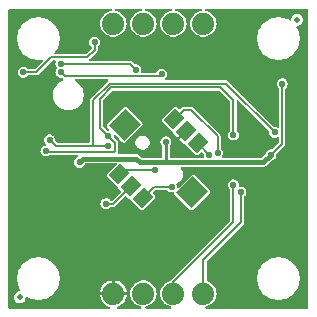
<source format=gtl>
%TF.GenerationSoftware,KiCad,Pcbnew,8.0.6*%
%TF.CreationDate,2024-11-09T20:31:53-07:00*%
%TF.ProjectId,SparkFun_Qwiic_Navigation,53706172-6b46-4756-9e5f-51776969635f,rev?*%
%TF.SameCoordinates,Original*%
%TF.FileFunction,Copper,L1,Top*%
%TF.FilePolarity,Positive*%
%FSLAX46Y46*%
G04 Gerber Fmt 4.6, Leading zero omitted, Abs format (unit mm)*
G04 Created by KiCad (PCBNEW 8.0.6) date 2024-11-09 20:31:53*
%MOMM*%
%LPD*%
G01*
G04 APERTURE LIST*
G04 Aperture macros list*
%AMRotRect*
0 Rectangle, with rotation*
0 The origin of the aperture is its center*
0 $1 length*
0 $2 width*
0 $3 Rotation angle, in degrees counterclockwise*
0 Add horizontal line*
21,1,$1,$2,0,0,$3*%
G04 Aperture macros list end*
%TA.AperFunction,SMDPad,CuDef*%
%ADD10C,0.500000*%
%TD*%
%TA.AperFunction,SMDPad,CuDef*%
%ADD11RotRect,1.400000X1.100000X225.000000*%
%TD*%
%TA.AperFunction,SMDPad,CuDef*%
%ADD12RotRect,2.000000X1.800000X225.000000*%
%TD*%
%TA.AperFunction,ComponentPad*%
%ADD13C,1.879600*%
%TD*%
%TA.AperFunction,ViaPad*%
%ADD14C,0.560000*%
%TD*%
%TA.AperFunction,Conductor*%
%ADD15C,0.152400*%
%TD*%
%TA.AperFunction,Conductor*%
%ADD16C,0.177800*%
%TD*%
%TA.AperFunction,Conductor*%
%ADD17C,0.406400*%
%TD*%
%TA.AperFunction,Conductor*%
%ADD18C,0.254000*%
%TD*%
G04 APERTURE END LIST*
D10*
%TO.P,FID3,*%
%TO.N,*%
X952500Y952500D03*
%TD*%
%TO.P,FID4,*%
%TO.N,*%
X24447500Y24447500D03*
%TD*%
D11*
%TO.P,SW2,1,Up*%
%TO.N,SW_Up*%
X9376598Y11356497D03*
%TO.P,SW2,2,Center*%
%TO.N,SW_Center*%
X10366548Y10366548D03*
%TO.P,SW2,3,Left*%
%TO.N,SW_Left*%
X11356497Y9376598D03*
%TO.P,SW2,4,Right*%
%TO.N,SW_Right*%
X14043503Y16023402D03*
%TO.P,SW2,5,GND*%
%TO.N,GND*%
X15033452Y15033452D03*
%TO.P,SW2,6,Down*%
%TO.N,SW_Down*%
X16023402Y14043503D03*
D12*
%TO.P,SW2,MP1,MP1*%
%TO.N,unconnected-(SW2-PadMP1)*%
X9836218Y15563782D03*
%TO.P,SW2,MP2,MP2*%
%TO.N,unconnected-(SW2-PadMP2)*%
X15563782Y9836218D03*
%TD*%
D13*
%TO.P,J5,1,Pin_1*%
%TO.N,GND*%
X8890000Y1270000D03*
%TO.P,J5,2,Pin_2*%
%TO.N,3.3V*%
X11430000Y1270000D03*
%TO.P,J5,3,Pin_3*%
%TO.N,SDA*%
X13970000Y1270000D03*
%TO.P,J5,4,Pin_4*%
%TO.N,SCL*%
X16510000Y1270000D03*
%TD*%
%TO.P,J2,1,Pin_1*%
%TO.N,IO5{slash}Blue*%
X8890000Y24130000D03*
%TO.P,J2,2,Pin_2*%
%TO.N,IO6{slash}Green*%
X11430000Y24130000D03*
%TO.P,J2,3,Pin_3*%
%TO.N,IO7{slash}Red*%
X13970000Y24130000D03*
%TO.P,J2,4,Pin_4*%
%TO.N,~{INT}*%
X16510000Y24130000D03*
%TD*%
D14*
%TO.N,SCL*%
X8458800Y13766848D03*
%TO.N,SDA*%
X8458800Y14605000D03*
%TO.N,GND*%
X20637500Y9525000D03*
X18732500Y21907500D03*
X15875000Y19685000D03*
X3492500Y11112500D03*
X18427391Y13100110D03*
X18415000Y9525000D03*
X22225000Y10477500D03*
X14287500Y19685000D03*
X8258202Y7942185D03*
X6667500Y3175000D03*
X18732500Y3175000D03*
X6350000Y23495000D03*
X10318750Y17303750D03*
X6032500Y16192500D03*
X21907500Y14287500D03*
X16986250Y17145000D03*
%TO.N,3.3V*%
X13335000Y14128750D03*
X6032500Y12382500D03*
X23177500Y19050000D03*
X22225000Y13017500D03*
%TO.N,SCL*%
X3492500Y14287500D03*
X22542500Y14922500D03*
X19685000Y9842500D03*
%TO.N,SDA*%
X19050000Y10477500D03*
X19050000Y14693300D03*
X3175000Y13335000D03*
%TO.N,SW_Down*%
X16986250Y13018100D03*
%TO.N,SW_Up*%
X12382500Y11746900D03*
%TO.N,SW_Right*%
X17719865Y13183323D03*
%TO.N,SW_Left*%
X13811250Y10318750D03*
%TO.N,SW_Center*%
X8255000Y8890000D03*
%TO.N,Net-(JP5-A)*%
X1270000Y20002500D03*
X7302500Y22542500D03*
%TO.N,Net-(JP7-A)*%
X4445000Y20714903D03*
X10795000Y20206300D03*
%TO.N,Net-(JP8-A)*%
X12962353Y19834313D03*
X4445000Y20002500D03*
%TD*%
D15*
%TO.N,SW_Right*%
X17719865Y14574426D02*
X17719865Y13183323D01*
X14847601Y16827500D02*
X15466791Y16827500D01*
X15466791Y16827500D02*
X17719865Y14574426D01*
X14043503Y16023402D02*
X14847601Y16827500D01*
D16*
%TO.N,GND*%
X15033452Y15033452D02*
X14287500Y14287500D01*
D17*
%TO.N,3.3V*%
X10795000Y12700000D02*
X11112500Y12382500D01*
X6350000Y12700000D02*
X10795000Y12700000D01*
X6032500Y12382500D02*
X6350000Y12700000D01*
X11112500Y12382500D02*
X13335000Y12382500D01*
D15*
%TO.N,SDA*%
X9048750Y14015050D02*
X8458800Y14605000D01*
X8939603Y13234420D02*
X9048750Y13343567D01*
X3275580Y13234420D02*
X8939603Y13234420D01*
X3175000Y13335000D02*
X3275580Y13234420D01*
X9048750Y13343567D02*
X9048750Y14015050D01*
D16*
%TO.N,SCL*%
X8458800Y13766848D02*
X7143750Y13766848D01*
D15*
%TO.N,SW_Up*%
X12381900Y11747500D02*
X9767601Y11747500D01*
X12382500Y11746900D02*
X12381900Y11747500D01*
X9767601Y11747500D02*
X9376598Y11356497D01*
%TO.N,SW_Left*%
X12298649Y10318750D02*
X11356497Y9376598D01*
X13811250Y10318750D02*
X12298649Y10318750D01*
D16*
%TO.N,SDA*%
X7778750Y17780000D02*
X7778750Y15285050D01*
X19050000Y17621250D02*
X17951450Y18719800D01*
X17951450Y18719800D02*
X8718550Y18719800D01*
X8718550Y18719800D02*
X7778750Y17780000D01*
X7778750Y15285050D02*
X8458800Y14605000D01*
X19050000Y14693300D02*
X19050000Y17621250D01*
D18*
%TO.N,3.3V*%
X13335000Y14128750D02*
X13335000Y12382500D01*
D17*
X13335000Y12382500D02*
X21590000Y12382500D01*
D16*
%TO.N,SCL*%
X7143750Y17621250D02*
X7143750Y13766848D01*
X8572500Y19050000D02*
X7143750Y17621250D01*
X18415000Y19050000D02*
X8572500Y19050000D01*
X22542500Y14922500D02*
X18415000Y19050000D01*
X7143750Y13766848D02*
X6350000Y13766848D01*
%TO.N,3.3V*%
X22225000Y13017500D02*
X23177500Y13970000D01*
X23177500Y13970000D02*
X23177500Y19050000D01*
D17*
X21590000Y12382500D02*
X22225000Y13017500D01*
D16*
%TO.N,SCL*%
X4013152Y13766848D02*
X3492500Y14287500D01*
X19685000Y7302500D02*
X19685000Y9842500D01*
X6350000Y13766848D02*
X4013152Y13766848D01*
X16510000Y4127500D02*
X19685000Y7302500D01*
X16510000Y1270000D02*
X16510000Y4127500D01*
%TO.N,SDA*%
X13970000Y2222500D02*
X19050000Y7302500D01*
X19050000Y7302500D02*
X19050000Y10477500D01*
X13970000Y1270000D02*
X13970000Y2222500D01*
D15*
%TO.N,SW_Down*%
X16023402Y13980948D02*
X16986250Y13018100D01*
X16023402Y14043503D02*
X16023402Y13980948D01*
%TO.N,SW_Center*%
X10366548Y10366548D02*
X8890000Y8890000D01*
X8890000Y8890000D02*
X8255000Y8890000D01*
%TO.N,Net-(JP5-A)*%
X2335847Y20002500D02*
X3605847Y21272500D01*
X3605847Y21272500D02*
X6667500Y21272500D01*
X1270000Y20002500D02*
X2335847Y20002500D01*
X7302500Y21907500D02*
X7302500Y22542500D01*
X6667500Y21272500D02*
X7302500Y21907500D01*
%TO.N,Net-(JP7-A)*%
X10795000Y20206300D02*
X10286397Y20714903D01*
X10286397Y20714903D02*
X4445000Y20714903D01*
%TO.N,Net-(JP8-A)*%
X12962353Y19834313D02*
X12813040Y19685000D01*
X12813040Y19685000D02*
X4762500Y19685000D01*
X4762500Y19685000D02*
X4445000Y20002500D01*
%TD*%
%TA.AperFunction,Conductor*%
%TO.N,GND*%
G36*
X17860863Y18432035D02*
G01*
X17866517Y18426855D01*
X18757055Y17536317D01*
X18782466Y17481823D01*
X18782800Y17474162D01*
X18782800Y15114361D01*
X18762235Y15057860D01*
X18751000Y15047967D01*
X18751543Y15047340D01*
X18746792Y15043224D01*
X18660488Y14943623D01*
X18605742Y14823746D01*
X18605740Y14823740D01*
X18586987Y14693304D01*
X18586987Y14693297D01*
X18605740Y14562861D01*
X18605741Y14562856D01*
X18605742Y14562854D01*
X18611649Y14549920D01*
X18660489Y14442975D01*
X18687138Y14412221D01*
X18746791Y14343378D01*
X18746793Y14343377D01*
X18746794Y14343376D01*
X18857653Y14272131D01*
X18857654Y14272131D01*
X18857657Y14272129D01*
X18943782Y14246841D01*
X18984101Y14235001D01*
X18984104Y14235001D01*
X18984106Y14235000D01*
X18984107Y14235000D01*
X19115893Y14235000D01*
X19115894Y14235000D01*
X19115896Y14235001D01*
X19115898Y14235001D01*
X19130927Y14239415D01*
X19242343Y14272129D01*
X19353209Y14343378D01*
X19439511Y14442976D01*
X19494258Y14562854D01*
X19501147Y14610769D01*
X19513013Y14693297D01*
X19513013Y14693304D01*
X19494259Y14823740D01*
X19494258Y14823741D01*
X19494258Y14823746D01*
X19439511Y14943624D01*
X19353209Y15043222D01*
X19353208Y15043223D01*
X19353207Y15043224D01*
X19348457Y15047340D01*
X19350505Y15049705D01*
X19321162Y15088269D01*
X19317200Y15114361D01*
X19317200Y17557712D01*
X19337765Y17614213D01*
X19389836Y17644277D01*
X19449050Y17633836D01*
X19467255Y17619867D01*
X22059076Y15028046D01*
X22084487Y14973552D01*
X22083927Y14953384D01*
X22079487Y14922498D01*
X22079487Y14922497D01*
X22098240Y14792061D01*
X22098242Y14792055D01*
X22152989Y14672175D01*
X22166960Y14656052D01*
X22239291Y14572578D01*
X22239293Y14572577D01*
X22239294Y14572576D01*
X22350153Y14501331D01*
X22350154Y14501331D01*
X22350157Y14501329D01*
X22427326Y14478670D01*
X22476601Y14464201D01*
X22476604Y14464201D01*
X22476606Y14464200D01*
X22476607Y14464200D01*
X22608393Y14464200D01*
X22608394Y14464200D01*
X22608396Y14464201D01*
X22608398Y14464201D01*
X22624768Y14469008D01*
X22734843Y14501329D01*
X22774878Y14527059D01*
X22833527Y14540305D01*
X22886970Y14512754D01*
X22910200Y14457295D01*
X22910300Y14453112D01*
X22910300Y14117089D01*
X22889735Y14060588D01*
X22884555Y14054934D01*
X22331166Y13501545D01*
X22276672Y13476134D01*
X22269011Y13475800D01*
X22159101Y13475800D01*
X22032657Y13438671D01*
X22032653Y13438670D01*
X21921794Y13367425D01*
X21921789Y13367420D01*
X21835489Y13267826D01*
X21780742Y13147947D01*
X21778998Y13135816D01*
X21754148Y13086174D01*
X21457722Y12789746D01*
X21403228Y12764335D01*
X21395567Y12764000D01*
X18155411Y12764000D01*
X18098910Y12784565D01*
X18068846Y12836636D01*
X18079287Y12895850D01*
X18088976Y12909457D01*
X18109376Y12932999D01*
X18164123Y13052877D01*
X18168910Y13086174D01*
X18182878Y13183320D01*
X18182878Y13183327D01*
X18164124Y13313763D01*
X18164123Y13313764D01*
X18164123Y13313769D01*
X18109376Y13433647D01*
X18023074Y13533245D01*
X18023073Y13533246D01*
X18023072Y13533247D01*
X18014741Y13538601D01*
X17978329Y13586448D01*
X17974365Y13612546D01*
X17974365Y14513564D01*
X17974366Y14513573D01*
X17974366Y14625050D01*
X17935621Y14718587D01*
X17935620Y14718588D01*
X17935620Y14718589D01*
X15610954Y17043255D01*
X15610952Y17043256D01*
X15610951Y17043257D01*
X15517415Y17082000D01*
X15517414Y17082000D01*
X14796978Y17082000D01*
X14796976Y17082000D01*
X14703440Y17043257D01*
X14703436Y17043254D01*
X14631845Y16971664D01*
X14631846Y16971663D01*
X14631845Y16971662D01*
X14631844Y16971662D01*
X14546749Y16886568D01*
X14492255Y16861157D01*
X14434177Y16876720D01*
X14422441Y16886568D01*
X14263231Y17045777D01*
X14263230Y17045778D01*
X14263229Y17045779D01*
X14219138Y17075240D01*
X14219137Y17075241D01*
X14149569Y17089078D01*
X14079999Y17075240D01*
X14035915Y17045786D01*
X13021126Y16030996D01*
X12991664Y15986905D01*
X12977827Y15917337D01*
X12977827Y15917336D01*
X12991664Y15847768D01*
X12991665Y15847767D01*
X13021125Y15803676D01*
X13823777Y15001025D01*
X13867868Y14971564D01*
X13878703Y14969409D01*
X13930106Y14938217D01*
X13947766Y14900347D01*
X13958158Y14848103D01*
X13991731Y14797856D01*
X14331930Y14457657D01*
X14971296Y15097022D01*
X15025790Y15122433D01*
X15083868Y15106871D01*
X15095606Y15097022D01*
X15097021Y15095607D01*
X15122432Y15041113D01*
X15106869Y14983035D01*
X15097021Y14971297D01*
X14457655Y14331932D01*
X14797855Y13991732D01*
X14848103Y13958158D01*
X14900344Y13947767D01*
X14951748Y13916575D01*
X14969407Y13878707D01*
X14971562Y13867871D01*
X14971563Y13867869D01*
X14971564Y13867868D01*
X15001024Y13823777D01*
X15803676Y13021126D01*
X15847767Y12991665D01*
X15917336Y12977827D01*
X15986905Y12991665D01*
X16030996Y13021125D01*
X16264996Y13255127D01*
X16319490Y13280537D01*
X16377568Y13264974D01*
X16389306Y13255126D01*
X16505084Y13139348D01*
X16530495Y13084854D01*
X16529934Y13064684D01*
X16523237Y13018103D01*
X16523237Y13018097D01*
X16541990Y12887661D01*
X16543763Y12881624D01*
X16542219Y12881171D01*
X16546411Y12828480D01*
X16511535Y12779501D01*
X16461688Y12764000D01*
X13728200Y12764000D01*
X13671699Y12784565D01*
X13641635Y12836636D01*
X13640300Y12851900D01*
X13640300Y13748458D01*
X13660865Y13804959D01*
X13661694Y13805933D01*
X13724511Y13878426D01*
X13779258Y13998304D01*
X13785035Y14038486D01*
X13798013Y14128747D01*
X13798013Y14128754D01*
X13779259Y14259192D01*
X13779258Y14259194D01*
X13779258Y14259196D01*
X13724511Y14379074D01*
X13724510Y14379075D01*
X13724510Y14379076D01*
X13671494Y14440259D01*
X13638209Y14478672D01*
X13638206Y14478674D01*
X13638205Y14478675D01*
X13527346Y14549920D01*
X13527343Y14549921D01*
X13483298Y14562854D01*
X13400898Y14587050D01*
X13400894Y14587050D01*
X13269106Y14587050D01*
X13269101Y14587050D01*
X13142657Y14549921D01*
X13142653Y14549920D01*
X13031794Y14478675D01*
X13031789Y14478670D01*
X12945489Y14379076D01*
X12890742Y14259196D01*
X12890741Y14259192D01*
X12871987Y14128754D01*
X12871987Y14128747D01*
X12890740Y13998311D01*
X12890741Y13998306D01*
X12890742Y13998304D01*
X12945489Y13878426D01*
X13008231Y13806019D01*
X13029689Y13749853D01*
X13029700Y13748458D01*
X13029700Y12851900D01*
X13009135Y12795399D01*
X12957064Y12765335D01*
X12941800Y12764000D01*
X11306933Y12764000D01*
X11250432Y12784565D01*
X11244778Y12789745D01*
X11029248Y13005275D01*
X11029247Y13005276D01*
X10942254Y13055501D01*
X10942253Y13055502D01*
X10942250Y13055503D01*
X10845225Y13081500D01*
X9347219Y13081500D01*
X9290718Y13102065D01*
X9260654Y13154136D01*
X9266010Y13203037D01*
X9287585Y13255126D01*
X9303250Y13292944D01*
X9303250Y14065673D01*
X9277121Y14128754D01*
X9264506Y14159211D01*
X9264505Y14159212D01*
X9264505Y14159213D01*
X9192913Y14230805D01*
X9192911Y14230806D01*
X8939965Y14483752D01*
X8914554Y14538246D01*
X8915115Y14558418D01*
X8922708Y14611224D01*
X8925874Y14610769D01*
X8942378Y14656112D01*
X8994449Y14686176D01*
X9053663Y14675735D01*
X9071864Y14661769D01*
X9354558Y14379076D01*
X9651850Y14081784D01*
X9676299Y14065447D01*
X9695938Y14052324D01*
X9765507Y14038486D01*
X9835077Y14052324D01*
X9879167Y14081784D01*
X9919943Y14122560D01*
X10755997Y14122560D01*
X10755997Y13964447D01*
X10796918Y13811723D01*
X10796919Y13811720D01*
X10796920Y13811719D01*
X10875977Y13674787D01*
X10987781Y13562983D01*
X11124713Y13483926D01*
X11124715Y13483926D01*
X11124716Y13483925D01*
X11277440Y13443003D01*
X11435553Y13443003D01*
X11435554Y13443003D01*
X11588281Y13483926D01*
X11725213Y13562983D01*
X11837017Y13674787D01*
X11916074Y13811719D01*
X11956997Y13964446D01*
X11956997Y14122560D01*
X11916074Y14275287D01*
X11837017Y14412219D01*
X11725213Y14524023D01*
X11588281Y14603080D01*
X11588280Y14603081D01*
X11588277Y14603082D01*
X11435554Y14644003D01*
X11277440Y14644003D01*
X11124716Y14603082D01*
X10987779Y14524022D01*
X10875978Y14412221D01*
X10796918Y14275284D01*
X10755997Y14122560D01*
X9919943Y14122560D01*
X11318214Y15520833D01*
X11347676Y15564923D01*
X11361514Y15634493D01*
X11347676Y15704062D01*
X11318216Y15748152D01*
X10020588Y17045778D01*
X10020587Y17045779D01*
X10020586Y17045780D01*
X10020585Y17045781D01*
X9976498Y17075240D01*
X9976497Y17075241D01*
X9906929Y17089078D01*
X9837359Y17075241D01*
X9793271Y17045782D01*
X8354220Y15606730D01*
X8354219Y15606729D01*
X8324760Y15562642D01*
X8324759Y15562641D01*
X8310922Y15493072D01*
X8310922Y15493071D01*
X8324759Y15423503D01*
X8324760Y15423502D01*
X8354220Y15379412D01*
X8520278Y15213354D01*
X8545689Y15158861D01*
X8530126Y15100783D01*
X8480873Y15066295D01*
X8458123Y15063300D01*
X8414788Y15063300D01*
X8358287Y15083865D01*
X8352633Y15089045D01*
X8071695Y15369983D01*
X8046284Y15424477D01*
X8045950Y15432138D01*
X8045950Y17632912D01*
X8066515Y17689413D01*
X8071695Y17695067D01*
X8803483Y18426855D01*
X8857977Y18452266D01*
X8865638Y18452600D01*
X17804362Y18452600D01*
X17860863Y18432035D01*
G37*
%TD.AperFunction*%
%TA.AperFunction,Conductor*%
G36*
X8706896Y25379435D02*
G01*
X8736960Y25327364D01*
X8726519Y25268150D01*
X8680459Y25229501D01*
X8666547Y25225697D01*
X8582715Y25210027D01*
X8582703Y25210023D01*
X8389488Y25135172D01*
X8389482Y25135169D01*
X8213314Y25026091D01*
X8213305Y25026085D01*
X8060173Y24886485D01*
X7935302Y24721129D01*
X7935300Y24721126D01*
X7935300Y24721125D01*
X7859354Y24568605D01*
X7842936Y24535634D01*
X7842934Y24535629D01*
X7786229Y24336335D01*
X7786229Y24336334D01*
X7767110Y24130001D01*
X7767110Y24130000D01*
X7786229Y23923667D01*
X7786229Y23923666D01*
X7842934Y23724372D01*
X7842936Y23724365D01*
X7935300Y23538875D01*
X8060174Y23373514D01*
X8151584Y23290182D01*
X8213305Y23233916D01*
X8213314Y23233910D01*
X8330759Y23161192D01*
X8389485Y23124830D01*
X8582707Y23049976D01*
X8582711Y23049976D01*
X8582715Y23049974D01*
X8691601Y23029620D01*
X8786393Y23011900D01*
X8786394Y23011900D01*
X8993606Y23011900D01*
X8993607Y23011900D01*
X9128741Y23037162D01*
X9197284Y23049974D01*
X9197286Y23049975D01*
X9197293Y23049976D01*
X9390515Y23124830D01*
X9566692Y23233914D01*
X9719826Y23373514D01*
X9844700Y23538875D01*
X9937064Y23724365D01*
X9993771Y23923670D01*
X10012890Y24130000D01*
X9993771Y24336330D01*
X9981962Y24377833D01*
X9960524Y24453180D01*
X9937064Y24535635D01*
X9844700Y24721125D01*
X9719826Y24886486D01*
X9635837Y24963052D01*
X9566694Y25026085D01*
X9566685Y25026091D01*
X9390517Y25135169D01*
X9390511Y25135172D01*
X9197296Y25210023D01*
X9197284Y25210027D01*
X9113453Y25225697D01*
X9061693Y25256293D01*
X9041710Y25313002D01*
X9062853Y25369289D01*
X9115231Y25398817D01*
X9129605Y25400000D01*
X11190395Y25400000D01*
X11246896Y25379435D01*
X11276960Y25327364D01*
X11266519Y25268150D01*
X11220459Y25229501D01*
X11206547Y25225697D01*
X11122715Y25210027D01*
X11122703Y25210023D01*
X10929488Y25135172D01*
X10929482Y25135169D01*
X10753314Y25026091D01*
X10753305Y25026085D01*
X10600173Y24886485D01*
X10475302Y24721129D01*
X10475300Y24721126D01*
X10475300Y24721125D01*
X10399354Y24568605D01*
X10382936Y24535634D01*
X10382934Y24535629D01*
X10326229Y24336335D01*
X10326229Y24336334D01*
X10307110Y24130001D01*
X10307110Y24130000D01*
X10326229Y23923667D01*
X10326229Y23923666D01*
X10382934Y23724372D01*
X10382936Y23724365D01*
X10475300Y23538875D01*
X10600174Y23373514D01*
X10691584Y23290182D01*
X10753305Y23233916D01*
X10753314Y23233910D01*
X10870759Y23161192D01*
X10929485Y23124830D01*
X11122707Y23049976D01*
X11122711Y23049976D01*
X11122715Y23049974D01*
X11231601Y23029620D01*
X11326393Y23011900D01*
X11326394Y23011900D01*
X11533606Y23011900D01*
X11533607Y23011900D01*
X11668741Y23037162D01*
X11737284Y23049974D01*
X11737286Y23049975D01*
X11737293Y23049976D01*
X11930515Y23124830D01*
X12106692Y23233914D01*
X12259826Y23373514D01*
X12384700Y23538875D01*
X12477064Y23724365D01*
X12533771Y23923670D01*
X12552890Y24130000D01*
X12533771Y24336330D01*
X12521962Y24377833D01*
X12500524Y24453180D01*
X12477064Y24535635D01*
X12384700Y24721125D01*
X12259826Y24886486D01*
X12175837Y24963052D01*
X12106694Y25026085D01*
X12106685Y25026091D01*
X11930517Y25135169D01*
X11930511Y25135172D01*
X11737296Y25210023D01*
X11737284Y25210027D01*
X11653453Y25225697D01*
X11601693Y25256293D01*
X11581710Y25313002D01*
X11602853Y25369289D01*
X11655231Y25398817D01*
X11669605Y25400000D01*
X13730395Y25400000D01*
X13786896Y25379435D01*
X13816960Y25327364D01*
X13806519Y25268150D01*
X13760459Y25229501D01*
X13746547Y25225697D01*
X13662715Y25210027D01*
X13662703Y25210023D01*
X13469488Y25135172D01*
X13469482Y25135169D01*
X13293314Y25026091D01*
X13293305Y25026085D01*
X13140173Y24886485D01*
X13015302Y24721129D01*
X13015300Y24721126D01*
X13015300Y24721125D01*
X12939354Y24568605D01*
X12922936Y24535634D01*
X12922934Y24535629D01*
X12866229Y24336335D01*
X12866229Y24336334D01*
X12847110Y24130001D01*
X12847110Y24130000D01*
X12866229Y23923667D01*
X12866229Y23923666D01*
X12922934Y23724372D01*
X12922936Y23724365D01*
X13015300Y23538875D01*
X13140174Y23373514D01*
X13231584Y23290182D01*
X13293305Y23233916D01*
X13293314Y23233910D01*
X13410759Y23161192D01*
X13469485Y23124830D01*
X13662707Y23049976D01*
X13662711Y23049976D01*
X13662715Y23049974D01*
X13771601Y23029620D01*
X13866393Y23011900D01*
X13866394Y23011900D01*
X14073606Y23011900D01*
X14073607Y23011900D01*
X14208741Y23037162D01*
X14277284Y23049974D01*
X14277286Y23049975D01*
X14277293Y23049976D01*
X14470515Y23124830D01*
X14646692Y23233914D01*
X14799826Y23373514D01*
X14924700Y23538875D01*
X15017064Y23724365D01*
X15073771Y23923670D01*
X15092890Y24130000D01*
X15073771Y24336330D01*
X15061962Y24377833D01*
X15040524Y24453180D01*
X15017064Y24535635D01*
X14924700Y24721125D01*
X14799826Y24886486D01*
X14715837Y24963052D01*
X14646694Y25026085D01*
X14646685Y25026091D01*
X14470517Y25135169D01*
X14470511Y25135172D01*
X14277296Y25210023D01*
X14277284Y25210027D01*
X14193453Y25225697D01*
X14141693Y25256293D01*
X14121710Y25313002D01*
X14142853Y25369289D01*
X14195231Y25398817D01*
X14209605Y25400000D01*
X16270395Y25400000D01*
X16326896Y25379435D01*
X16356960Y25327364D01*
X16346519Y25268150D01*
X16300459Y25229501D01*
X16286547Y25225697D01*
X16202715Y25210027D01*
X16202703Y25210023D01*
X16009488Y25135172D01*
X16009482Y25135169D01*
X15833314Y25026091D01*
X15833305Y25026085D01*
X15680173Y24886485D01*
X15555302Y24721129D01*
X15555300Y24721126D01*
X15555300Y24721125D01*
X15479354Y24568605D01*
X15462936Y24535634D01*
X15462934Y24535629D01*
X15406229Y24336335D01*
X15406229Y24336334D01*
X15387110Y24130001D01*
X15387110Y24130000D01*
X15406229Y23923667D01*
X15406229Y23923666D01*
X15462934Y23724372D01*
X15462936Y23724365D01*
X15555300Y23538875D01*
X15680174Y23373514D01*
X15771584Y23290182D01*
X15833305Y23233916D01*
X15833314Y23233910D01*
X15950759Y23161192D01*
X16009485Y23124830D01*
X16202707Y23049976D01*
X16202711Y23049976D01*
X16202715Y23049974D01*
X16311601Y23029620D01*
X16406393Y23011900D01*
X16406394Y23011900D01*
X16613606Y23011900D01*
X16613607Y23011900D01*
X16748741Y23037162D01*
X16817284Y23049974D01*
X16817286Y23049975D01*
X16817293Y23049976D01*
X17010515Y23124830D01*
X17186692Y23233914D01*
X17339826Y23373514D01*
X17464700Y23538875D01*
X17557064Y23724365D01*
X17613771Y23923670D01*
X17632890Y24130000D01*
X17613771Y24336330D01*
X17601962Y24377833D01*
X17580524Y24453180D01*
X17557064Y24535635D01*
X17464700Y24721125D01*
X17339826Y24886486D01*
X17255837Y24963052D01*
X17186694Y25026085D01*
X17186685Y25026091D01*
X17010517Y25135169D01*
X17010511Y25135172D01*
X16817296Y25210023D01*
X16817284Y25210027D01*
X16733453Y25225697D01*
X16681693Y25256293D01*
X16661710Y25313002D01*
X16682853Y25369289D01*
X16735231Y25398817D01*
X16749605Y25400000D01*
X25312100Y25400000D01*
X25368601Y25379435D01*
X25398665Y25327364D01*
X25400000Y25312100D01*
X25400000Y87900D01*
X25379435Y31399D01*
X25327364Y1335D01*
X25312100Y0D01*
X16749605Y0D01*
X16693104Y20565D01*
X16663040Y72636D01*
X16673481Y131850D01*
X16719541Y170499D01*
X16733453Y174303D01*
X16817284Y189974D01*
X16817286Y189975D01*
X16817293Y189976D01*
X17010515Y264830D01*
X17186692Y373914D01*
X17339826Y513514D01*
X17464700Y678875D01*
X17557064Y864365D01*
X17612462Y1059070D01*
X17613770Y1063666D01*
X17613770Y1063667D01*
X17613769Y1063667D01*
X17613771Y1063670D01*
X17632890Y1270000D01*
X17613771Y1476330D01*
X17612462Y1480930D01*
X17582894Y1584850D01*
X17557064Y1675635D01*
X17464700Y1861125D01*
X17339826Y2026486D01*
X17255837Y2103052D01*
X17186694Y2166085D01*
X17186685Y2166091D01*
X17010517Y2275169D01*
X17010511Y2275172D01*
X16833347Y2343805D01*
X16788090Y2383391D01*
X16777200Y2425769D01*
X16777200Y2658013D01*
X21059500Y2658013D01*
X21059500Y2421988D01*
X21090307Y2187986D01*
X21090310Y2187974D01*
X21133581Y2026486D01*
X21151394Y1960007D01*
X21192351Y1861129D01*
X21241713Y1741957D01*
X21241714Y1741955D01*
X21359728Y1537548D01*
X21408824Y1473565D01*
X21503408Y1350301D01*
X21670301Y1183408D01*
X21670304Y1183406D01*
X21832341Y1059070D01*
X21857550Y1039727D01*
X22061951Y921716D01*
X22280007Y831394D01*
X22507986Y770307D01*
X22687541Y746669D01*
X22741987Y739500D01*
X22741989Y739500D01*
X22978013Y739500D01*
X23026784Y745922D01*
X23212014Y770307D01*
X23439993Y831394D01*
X23658049Y921716D01*
X23862450Y1039727D01*
X24049699Y1183408D01*
X24216592Y1350301D01*
X24360273Y1537550D01*
X24478284Y1741951D01*
X24568606Y1960007D01*
X24629693Y2187986D01*
X24656915Y2394766D01*
X24660500Y2421988D01*
X24660500Y2658013D01*
X24653331Y2712459D01*
X24629693Y2892014D01*
X24568606Y3119993D01*
X24478284Y3338049D01*
X24360273Y3542450D01*
X24216592Y3729699D01*
X24049699Y3896592D01*
X24028208Y3913082D01*
X23862452Y4040272D01*
X23728824Y4117422D01*
X23658049Y4158284D01*
X23658047Y4158285D01*
X23658045Y4158286D01*
X23658043Y4158287D01*
X23556059Y4200530D01*
X23439993Y4248606D01*
X23439986Y4248608D01*
X23212026Y4309690D01*
X23212014Y4309693D01*
X22978013Y4340500D01*
X22978011Y4340500D01*
X22741989Y4340500D01*
X22741987Y4340500D01*
X22507985Y4309693D01*
X22507973Y4309690D01*
X22280013Y4248608D01*
X22280009Y4248607D01*
X22280007Y4248606D01*
X22280005Y4248605D01*
X22061956Y4158287D01*
X22061954Y4158286D01*
X21857547Y4040272D01*
X21670304Y3896595D01*
X21503405Y3729696D01*
X21359728Y3542453D01*
X21241714Y3338046D01*
X21241713Y3338044D01*
X21151395Y3119995D01*
X21151392Y3119987D01*
X21090310Y2892027D01*
X21090307Y2892015D01*
X21059500Y2658013D01*
X16777200Y2658013D01*
X16777200Y3980413D01*
X16797765Y4036914D01*
X16802934Y4042557D01*
X19911521Y7151143D01*
X19952200Y7249351D01*
X19952200Y7355649D01*
X19952200Y9421440D01*
X19972765Y9477941D01*
X19984003Y9487833D01*
X19983458Y9488462D01*
X19988204Y9492576D01*
X19988209Y9492578D01*
X20074511Y9592176D01*
X20129258Y9712054D01*
X20143345Y9810031D01*
X20148013Y9842497D01*
X20148013Y9842504D01*
X20129259Y9972940D01*
X20129258Y9972941D01*
X20129258Y9972946D01*
X20074511Y10092824D01*
X20074510Y10092825D01*
X20074510Y10092826D01*
X20031360Y10142623D01*
X19988209Y10192422D01*
X19988206Y10192424D01*
X19988205Y10192425D01*
X19877346Y10263670D01*
X19877343Y10263671D01*
X19852053Y10271097D01*
X19750898Y10300800D01*
X19750894Y10300800D01*
X19619106Y10300800D01*
X19619105Y10300800D01*
X19619098Y10300799D01*
X19613043Y10299021D01*
X19553037Y10302836D01*
X19509523Y10344331D01*
X19501277Y10395870D01*
X19513013Y10477498D01*
X19513013Y10477504D01*
X19494259Y10607940D01*
X19494258Y10607941D01*
X19494258Y10607946D01*
X19439511Y10727824D01*
X19439510Y10727825D01*
X19439510Y10727826D01*
X19396360Y10777623D01*
X19353209Y10827422D01*
X19353206Y10827424D01*
X19353205Y10827425D01*
X19242346Y10898670D01*
X19242343Y10898671D01*
X19217053Y10906097D01*
X19115898Y10935800D01*
X19115894Y10935800D01*
X18984106Y10935800D01*
X18984101Y10935800D01*
X18857657Y10898671D01*
X18857653Y10898670D01*
X18746794Y10827425D01*
X18746789Y10827420D01*
X18660489Y10727826D01*
X18605742Y10607946D01*
X18605740Y10607940D01*
X18586987Y10477504D01*
X18586987Y10477497D01*
X18605740Y10347061D01*
X18605741Y10347056D01*
X18605742Y10347054D01*
X18660489Y10227176D01*
X18691911Y10190913D01*
X18746790Y10127579D01*
X18751542Y10123462D01*
X18749486Y10121090D01*
X18778824Y10082578D01*
X18782800Y10056440D01*
X18782800Y7449588D01*
X18762235Y7393087D01*
X18757055Y7387433D01*
X13751985Y2382363D01*
X13705985Y2358115D01*
X13662706Y2350024D01*
X13662700Y2350022D01*
X13469488Y2275172D01*
X13469482Y2275169D01*
X13293314Y2166091D01*
X13293305Y2166085D01*
X13140173Y2026485D01*
X13015302Y1861129D01*
X13015300Y1861126D01*
X13015300Y1861125D01*
X12927433Y1684665D01*
X12922936Y1675634D01*
X12922934Y1675629D01*
X12866229Y1476335D01*
X12866229Y1476334D01*
X12847110Y1270001D01*
X12847110Y1270000D01*
X12866229Y1063667D01*
X12866229Y1063666D01*
X12906619Y921714D01*
X12922936Y864365D01*
X13015300Y678875D01*
X13140174Y513514D01*
X13207652Y452000D01*
X13293305Y373916D01*
X13293314Y373910D01*
X13410759Y301192D01*
X13469485Y264830D01*
X13662707Y189976D01*
X13662711Y189976D01*
X13662715Y189974D01*
X13746547Y174303D01*
X13798307Y143707D01*
X13818290Y86998D01*
X13797147Y30711D01*
X13744769Y1183D01*
X13730395Y0D01*
X11669605Y0D01*
X11613104Y20565D01*
X11583040Y72636D01*
X11593481Y131850D01*
X11639541Y170499D01*
X11653453Y174303D01*
X11737284Y189974D01*
X11737286Y189975D01*
X11737293Y189976D01*
X11930515Y264830D01*
X12106692Y373914D01*
X12259826Y513514D01*
X12384700Y678875D01*
X12477064Y864365D01*
X12532462Y1059070D01*
X12533770Y1063666D01*
X12533770Y1063667D01*
X12533769Y1063667D01*
X12533771Y1063670D01*
X12552890Y1270000D01*
X12533771Y1476330D01*
X12532462Y1480930D01*
X12502894Y1584850D01*
X12477064Y1675635D01*
X12384700Y1861125D01*
X12259826Y2026486D01*
X12175837Y2103052D01*
X12106694Y2166085D01*
X12106685Y2166091D01*
X11930517Y2275169D01*
X11930511Y2275172D01*
X11737296Y2350023D01*
X11737284Y2350027D01*
X11533609Y2388100D01*
X11533607Y2388100D01*
X11326393Y2388100D01*
X11326390Y2388100D01*
X11122715Y2350027D01*
X11122703Y2350023D01*
X10929488Y2275172D01*
X10929482Y2275169D01*
X10753314Y2166091D01*
X10753305Y2166085D01*
X10600173Y2026485D01*
X10475302Y1861129D01*
X10475300Y1861126D01*
X10475300Y1861125D01*
X10387433Y1684665D01*
X10382936Y1675634D01*
X10382934Y1675629D01*
X10326229Y1476335D01*
X10326229Y1476334D01*
X10307110Y1270001D01*
X10307110Y1270000D01*
X10326229Y1063667D01*
X10326229Y1063666D01*
X10366619Y921714D01*
X10382936Y864365D01*
X10475300Y678875D01*
X10600174Y513514D01*
X10667652Y452000D01*
X10753305Y373916D01*
X10753314Y373910D01*
X10870759Y301192D01*
X10929485Y264830D01*
X11122707Y189976D01*
X11122711Y189976D01*
X11122715Y189974D01*
X11206547Y174303D01*
X11258307Y143707D01*
X11278290Y86998D01*
X11257147Y30711D01*
X11204769Y1183D01*
X11190395Y0D01*
X9246063Y0D01*
X9189562Y20565D01*
X9159498Y72636D01*
X9169939Y131850D01*
X9214310Y169864D01*
X9401652Y242442D01*
X9401666Y242448D01*
X9581755Y353954D01*
X9581764Y353960D01*
X9738304Y496667D01*
X9738308Y496671D01*
X9865960Y665709D01*
X9960383Y855336D01*
X10018351Y1059070D01*
X10018351Y1059071D01*
X10029659Y1181100D01*
X9392100Y1181100D01*
X9398000Y1203120D01*
X9398000Y1336880D01*
X9392100Y1358900D01*
X10029659Y1358900D01*
X10029659Y1358901D01*
X10018351Y1480930D01*
X10018351Y1480931D01*
X9960383Y1684665D01*
X9865960Y1874292D01*
X9738308Y2043330D01*
X9738304Y2043334D01*
X9581764Y2186041D01*
X9581755Y2186047D01*
X9401666Y2297553D01*
X9401652Y2297559D01*
X9204140Y2374076D01*
X9204126Y2374080D01*
X8995919Y2413000D01*
X8978901Y2413000D01*
X8978900Y2412999D01*
X8978900Y1772100D01*
X8956880Y1778000D01*
X8823120Y1778000D01*
X8801100Y1772100D01*
X8801100Y2412999D01*
X8801099Y2413000D01*
X8784080Y2413000D01*
X8575873Y2374080D01*
X8575859Y2374076D01*
X8378347Y2297559D01*
X8378333Y2297553D01*
X8198244Y2186047D01*
X8198235Y2186041D01*
X8041695Y2043334D01*
X8041691Y2043330D01*
X7914039Y1874292D01*
X7819616Y1684665D01*
X7761648Y1480931D01*
X7761648Y1480930D01*
X7750340Y1358901D01*
X7750341Y1358900D01*
X8387900Y1358900D01*
X8382000Y1336880D01*
X8382000Y1203120D01*
X8387900Y1181100D01*
X7750341Y1181100D01*
X7761648Y1059071D01*
X7761648Y1059070D01*
X7819616Y855336D01*
X7914039Y665709D01*
X8041691Y496671D01*
X8041695Y496667D01*
X8198235Y353960D01*
X8198244Y353954D01*
X8378333Y242448D01*
X8378347Y242442D01*
X8565690Y169864D01*
X8610947Y130278D01*
X8620170Y70862D01*
X8589044Y19419D01*
X8533937Y0D01*
X87900Y0D01*
X31399Y20565D01*
X1335Y72636D01*
X0Y87900D01*
X0Y952504D01*
X446853Y952504D01*
X446853Y952497D01*
X467333Y810050D01*
X467334Y810045D01*
X467335Y810043D01*
X527123Y679127D01*
X621372Y570357D01*
X621374Y570356D01*
X621375Y570355D01*
X736029Y496671D01*
X742447Y492547D01*
X880539Y452000D01*
X880540Y452000D01*
X1024460Y452000D01*
X1024461Y452000D01*
X1162553Y492547D01*
X1283628Y570357D01*
X1377877Y679127D01*
X1437665Y810043D01*
X1457330Y946823D01*
X1485725Y999820D01*
X1541545Y1022168D01*
X1588282Y1010437D01*
X1741951Y921716D01*
X1960007Y831394D01*
X2187986Y770307D01*
X2367541Y746669D01*
X2421987Y739500D01*
X2421989Y739500D01*
X2658013Y739500D01*
X2706784Y745922D01*
X2892014Y770307D01*
X3119993Y831394D01*
X3338049Y921716D01*
X3542450Y1039727D01*
X3729699Y1183408D01*
X3896592Y1350301D01*
X4040273Y1537550D01*
X4158284Y1741951D01*
X4248606Y1960007D01*
X4309693Y2187986D01*
X4336915Y2394766D01*
X4340500Y2421988D01*
X4340500Y2658013D01*
X4333331Y2712459D01*
X4309693Y2892014D01*
X4248606Y3119993D01*
X4158284Y3338049D01*
X4040273Y3542450D01*
X3896592Y3729699D01*
X3729699Y3896592D01*
X3708208Y3913082D01*
X3542452Y4040272D01*
X3408824Y4117422D01*
X3338049Y4158284D01*
X3338047Y4158285D01*
X3338045Y4158286D01*
X3338043Y4158287D01*
X3236059Y4200530D01*
X3119993Y4248606D01*
X3119986Y4248608D01*
X2892026Y4309690D01*
X2892014Y4309693D01*
X2658013Y4340500D01*
X2658011Y4340500D01*
X2421989Y4340500D01*
X2421987Y4340500D01*
X2187985Y4309693D01*
X2187973Y4309690D01*
X1960013Y4248608D01*
X1960009Y4248607D01*
X1960007Y4248606D01*
X1960005Y4248605D01*
X1741956Y4158287D01*
X1741954Y4158286D01*
X1537547Y4040272D01*
X1350304Y3896595D01*
X1183405Y3729696D01*
X1039728Y3542453D01*
X921714Y3338046D01*
X921713Y3338044D01*
X831395Y3119995D01*
X831392Y3119987D01*
X770310Y2892027D01*
X770307Y2892015D01*
X739500Y2658013D01*
X739500Y2421988D01*
X770307Y2187986D01*
X770310Y2187974D01*
X813581Y2026486D01*
X831394Y1960007D01*
X872351Y1861129D01*
X921713Y1741957D01*
X921714Y1741955D01*
X921716Y1741951D01*
X1012419Y1584849D01*
X1022860Y1525636D01*
X992796Y1473565D01*
X936295Y1453000D01*
X880539Y1453000D01*
X880538Y1453000D01*
X880532Y1452999D01*
X742449Y1412454D01*
X742445Y1412453D01*
X621375Y1334646D01*
X621370Y1334642D01*
X527122Y1225872D01*
X467335Y1094957D01*
X467333Y1094951D01*
X446853Y952504D01*
X0Y952504D01*
X0Y22978011D01*
X739500Y22978011D01*
X739500Y22741989D01*
X770307Y22507986D01*
X831394Y22280007D01*
X867609Y22192577D01*
X921713Y22061957D01*
X921714Y22061955D01*
X1039728Y21857548D01*
X1040243Y21856877D01*
X1183408Y21670301D01*
X1350301Y21503408D01*
X1537550Y21359727D01*
X1741951Y21241716D01*
X1960007Y21151394D01*
X2187986Y21090307D01*
X2367541Y21066669D01*
X2421987Y21059500D01*
X2421989Y21059500D01*
X2658013Y21059500D01*
X2692987Y21064105D01*
X2833042Y21082544D01*
X2891742Y21069530D01*
X2928346Y21021829D01*
X2925723Y20961759D01*
X2906669Y20933241D01*
X2256174Y20282745D01*
X2201680Y20257334D01*
X2194019Y20257000D01*
X1696035Y20257000D01*
X1639534Y20277565D01*
X1629604Y20287338D01*
X1573210Y20352421D01*
X1573205Y20352425D01*
X1462346Y20423670D01*
X1462343Y20423671D01*
X1424925Y20434658D01*
X1335898Y20460800D01*
X1335894Y20460800D01*
X1204106Y20460800D01*
X1204101Y20460800D01*
X1077657Y20423671D01*
X1077653Y20423670D01*
X966794Y20352425D01*
X966789Y20352420D01*
X880489Y20252826D01*
X825742Y20132946D01*
X825740Y20132940D01*
X806987Y20002504D01*
X806987Y20002497D01*
X825740Y19872061D01*
X825742Y19872055D01*
X880489Y19752175D01*
X910395Y19717662D01*
X966791Y19652578D01*
X966793Y19652577D01*
X966794Y19652576D01*
X1077653Y19581331D01*
X1077654Y19581331D01*
X1077657Y19581329D01*
X1163782Y19556041D01*
X1204101Y19544201D01*
X1204104Y19544201D01*
X1204106Y19544200D01*
X1204107Y19544200D01*
X1335893Y19544200D01*
X1335894Y19544200D01*
X1335896Y19544201D01*
X1335898Y19544201D01*
X1350927Y19548615D01*
X1462343Y19581329D01*
X1573209Y19652578D01*
X1629604Y19717663D01*
X1682146Y19746896D01*
X1696035Y19748000D01*
X2386469Y19748000D01*
X2386470Y19748000D01*
X2480010Y19786745D01*
X3685519Y20992256D01*
X3740013Y21017666D01*
X3747674Y21018000D01*
X3942814Y21018000D01*
X3999315Y20997435D01*
X4029379Y20945364D01*
X4022771Y20893585D01*
X4000742Y20845349D01*
X4000740Y20845343D01*
X3981987Y20714907D01*
X3981987Y20714900D01*
X4000740Y20584464D01*
X4000742Y20584458D01*
X4055489Y20464578D01*
X4097354Y20416264D01*
X4118813Y20360097D01*
X4099147Y20303276D01*
X4097355Y20301140D01*
X4055488Y20252823D01*
X4000742Y20132946D01*
X4000740Y20132940D01*
X3981987Y20002504D01*
X3981987Y20002497D01*
X4000740Y19872061D01*
X4000742Y19872055D01*
X4055489Y19752175D01*
X4085395Y19717662D01*
X4141791Y19652578D01*
X4141793Y19652577D01*
X4141794Y19652576D01*
X4252653Y19581331D01*
X4252654Y19581331D01*
X4252657Y19581329D01*
X4338782Y19556041D01*
X4379101Y19544201D01*
X4379104Y19544201D01*
X4379106Y19544200D01*
X4379107Y19544200D01*
X4506972Y19544200D01*
X4563473Y19523635D01*
X4569126Y19518455D01*
X4603188Y19484394D01*
X4618337Y19469245D01*
X4618339Y19469244D01*
X4623049Y19466097D01*
X4658602Y19417608D01*
X4654670Y19357610D01*
X4613091Y19314176D01*
X4601379Y19309414D01*
X4580788Y19302723D01*
X4580784Y19302721D01*
X4580781Y19302720D01*
X4537064Y19280445D01*
X4398388Y19209787D01*
X4232780Y19089466D01*
X4088034Y18944720D01*
X3967713Y18779112D01*
X3874777Y18596713D01*
X3811522Y18402033D01*
X3779500Y18199851D01*
X3779500Y17995150D01*
X3811522Y17792968D01*
X3874777Y17598288D01*
X3874779Y17598285D01*
X3874780Y17598281D01*
X3895451Y17557712D01*
X3967713Y17415889D01*
X4088034Y17250281D01*
X4232781Y17105534D01*
X4295113Y17060247D01*
X4398388Y16985214D01*
X4398390Y16985213D01*
X4580781Y16892280D01*
X4775466Y16829023D01*
X4977648Y16797000D01*
X4977650Y16797000D01*
X5182350Y16797000D01*
X5182352Y16797000D01*
X5384534Y16829023D01*
X5579219Y16892280D01*
X5761610Y16985213D01*
X5927219Y17105534D01*
X6071966Y17250281D01*
X6192287Y17415890D01*
X6285220Y17598281D01*
X6348477Y17792966D01*
X6380500Y17995148D01*
X6380500Y18199852D01*
X6348477Y18402034D01*
X6285220Y18596719D01*
X6192287Y18779110D01*
X6189606Y18782800D01*
X6090249Y18919554D01*
X6071966Y18944719D01*
X5927219Y19089466D01*
X5761610Y19209787D01*
X5761601Y19209792D01*
X5654661Y19264281D01*
X5613655Y19308255D01*
X5610508Y19368299D01*
X5646693Y19416319D01*
X5694567Y19430500D01*
X8362913Y19430500D01*
X8419414Y19409935D01*
X8449478Y19357864D01*
X8439037Y19298650D01*
X8425068Y19280445D01*
X8421144Y19276522D01*
X8421143Y19276521D01*
X6992393Y17847771D01*
X6992392Y17847772D01*
X6917230Y17772609D01*
X6917228Y17772607D01*
X6876550Y17674399D01*
X6876550Y14121948D01*
X6855985Y14065447D01*
X6803914Y14035383D01*
X6788650Y14034048D01*
X4160240Y14034048D01*
X4103739Y14054613D01*
X4098085Y14059793D01*
X3975923Y14181955D01*
X3950512Y14236449D01*
X3951073Y14256620D01*
X3955513Y14287499D01*
X3955513Y14287504D01*
X3936759Y14417940D01*
X3936758Y14417941D01*
X3936758Y14417946D01*
X3882011Y14537824D01*
X3882010Y14537825D01*
X3882010Y14537826D01*
X3825466Y14603080D01*
X3795709Y14637422D01*
X3795706Y14637424D01*
X3795705Y14637425D01*
X3684846Y14708670D01*
X3684843Y14708671D01*
X3659553Y14716097D01*
X3558398Y14745800D01*
X3558394Y14745800D01*
X3426606Y14745800D01*
X3426601Y14745800D01*
X3300157Y14708671D01*
X3300153Y14708670D01*
X3189294Y14637425D01*
X3189289Y14637420D01*
X3102989Y14537826D01*
X3048242Y14417946D01*
X3048240Y14417940D01*
X3029487Y14287504D01*
X3029487Y14287497D01*
X3048240Y14157061D01*
X3048241Y14157056D01*
X3048242Y14157054D01*
X3075615Y14097115D01*
X3102989Y14037175D01*
X3188265Y13938762D01*
X3209724Y13882595D01*
X3190058Y13825774D01*
X3138470Y13794888D01*
X3121835Y13793300D01*
X3109101Y13793300D01*
X2982657Y13756171D01*
X2982653Y13756170D01*
X2871794Y13684925D01*
X2871789Y13684920D01*
X2785489Y13585326D01*
X2730742Y13465446D01*
X2730740Y13465440D01*
X2711987Y13335004D01*
X2711987Y13334997D01*
X2730740Y13204561D01*
X2730741Y13204556D01*
X2730742Y13204554D01*
X2753767Y13154136D01*
X2785489Y13084675D01*
X2813042Y13052878D01*
X2871791Y12985078D01*
X2871793Y12985077D01*
X2871794Y12985076D01*
X2982653Y12913831D01*
X2982654Y12913831D01*
X2982657Y12913829D01*
X3068782Y12888541D01*
X3109101Y12876701D01*
X3109104Y12876701D01*
X3109106Y12876700D01*
X3109107Y12876700D01*
X3240893Y12876700D01*
X3240894Y12876700D01*
X3240896Y12876701D01*
X3240898Y12876701D01*
X3256121Y12881171D01*
X3367343Y12913829D01*
X3448470Y12965967D01*
X3495992Y12979920D01*
X5829048Y12979920D01*
X5885549Y12959355D01*
X5915613Y12907284D01*
X5905172Y12848070D01*
X5859112Y12809421D01*
X5853813Y12807681D01*
X5840156Y12803672D01*
X5840154Y12803671D01*
X5729294Y12732425D01*
X5729289Y12732420D01*
X5642989Y12632826D01*
X5588242Y12512946D01*
X5588240Y12512940D01*
X5569487Y12382504D01*
X5569487Y12382497D01*
X5588240Y12252061D01*
X5588242Y12252055D01*
X5642989Y12132175D01*
X5672983Y12097561D01*
X5729291Y12032578D01*
X5729293Y12032577D01*
X5729294Y12032576D01*
X5840153Y11961331D01*
X5840154Y11961331D01*
X5840157Y11961329D01*
X5924648Y11936520D01*
X5966601Y11924201D01*
X5966604Y11924201D01*
X5966606Y11924200D01*
X5966607Y11924200D01*
X6098393Y11924200D01*
X6098394Y11924200D01*
X6098396Y11924201D01*
X6098398Y11924201D01*
X6113427Y11928615D01*
X6224843Y11961329D01*
X6335709Y12032578D01*
X6422011Y12132176D01*
X6476758Y12252054D01*
X6476759Y12252068D01*
X6477729Y12255364D01*
X6479150Y12257295D01*
X6479369Y12257773D01*
X6479469Y12257728D01*
X6513379Y12303783D01*
X6562069Y12318500D01*
X9096419Y12318500D01*
X9152920Y12297935D01*
X9182984Y12245864D01*
X9172543Y12186650D01*
X9158574Y12168445D01*
X8354221Y11364091D01*
X8324759Y11320000D01*
X8310922Y11250432D01*
X8310922Y11250431D01*
X8324759Y11180863D01*
X8324760Y11180862D01*
X8354220Y11136771D01*
X9156872Y10334120D01*
X9200963Y10304659D01*
X9238233Y10297246D01*
X9289636Y10266054D01*
X9307296Y10228184D01*
X9314710Y10190913D01*
X9344165Y10146828D01*
X9344167Y10146826D01*
X9344170Y10146822D01*
X9503382Y9987610D01*
X9528793Y9933117D01*
X9513230Y9875039D01*
X9503382Y9863301D01*
X8810327Y9170245D01*
X8755833Y9144834D01*
X8748172Y9144500D01*
X8681035Y9144500D01*
X8624534Y9165065D01*
X8614604Y9174838D01*
X8558210Y9239921D01*
X8558205Y9239925D01*
X8447346Y9311170D01*
X8447343Y9311171D01*
X8422053Y9318597D01*
X8320898Y9348300D01*
X8320894Y9348300D01*
X8189106Y9348300D01*
X8189101Y9348300D01*
X8062657Y9311171D01*
X8062653Y9311170D01*
X7951794Y9239925D01*
X7951789Y9239920D01*
X7865489Y9140326D01*
X7810742Y9020446D01*
X7810740Y9020440D01*
X7791987Y8890004D01*
X7791987Y8889997D01*
X7810740Y8759561D01*
X7810742Y8759555D01*
X7865489Y8639675D01*
X7895395Y8605162D01*
X7951791Y8540078D01*
X7951793Y8540077D01*
X7951794Y8540076D01*
X8062653Y8468831D01*
X8062654Y8468831D01*
X8062657Y8468829D01*
X8148782Y8443541D01*
X8189101Y8431701D01*
X8189104Y8431701D01*
X8189106Y8431700D01*
X8189107Y8431700D01*
X8320893Y8431700D01*
X8320894Y8431700D01*
X8320896Y8431701D01*
X8320898Y8431701D01*
X8335927Y8436115D01*
X8447343Y8468829D01*
X8558209Y8540078D01*
X8614604Y8605163D01*
X8667146Y8634396D01*
X8681035Y8635500D01*
X8940622Y8635500D01*
X8940623Y8635500D01*
X9034163Y8674245D01*
X9863302Y9503385D01*
X9917794Y9528795D01*
X9975872Y9513232D01*
X9987603Y9503390D01*
X10146822Y9344171D01*
X10190913Y9314710D01*
X10228182Y9307297D01*
X10279586Y9276105D01*
X10297245Y9238235D01*
X10304659Y9200963D01*
X10334119Y9156872D01*
X11136771Y8354221D01*
X11180862Y8324760D01*
X11250431Y8310922D01*
X11320000Y8324760D01*
X11364091Y8354220D01*
X12378874Y9369004D01*
X12408335Y9413095D01*
X12422173Y9482664D01*
X12408335Y9552233D01*
X12381647Y9592176D01*
X12378879Y9596319D01*
X12378877Y9596321D01*
X12378875Y9596324D01*
X12219660Y9755539D01*
X12194250Y9810031D01*
X12209813Y9868109D01*
X12219662Y9879847D01*
X12378322Y10038505D01*
X12432816Y10063916D01*
X12440476Y10064250D01*
X13385215Y10064250D01*
X13441716Y10043685D01*
X13451646Y10033912D01*
X13491765Y9987611D01*
X13508041Y9968828D01*
X13508043Y9968827D01*
X13508044Y9968826D01*
X13618903Y9897581D01*
X13618904Y9897581D01*
X13618907Y9897579D01*
X13695671Y9875039D01*
X13745351Y9860451D01*
X13745354Y9860451D01*
X13745356Y9860450D01*
X13745357Y9860450D01*
X13877143Y9860450D01*
X13877144Y9860450D01*
X13877146Y9860451D01*
X13877148Y9860451D01*
X13929251Y9875750D01*
X13989257Y9871937D01*
X14032774Y9830445D01*
X14040228Y9774266D01*
X14038486Y9765507D01*
X14052323Y9695939D01*
X14052324Y9695938D01*
X14081784Y9651848D01*
X15059389Y8674245D01*
X15379413Y8354221D01*
X15379414Y8354220D01*
X15408805Y8334581D01*
X15423502Y8324760D01*
X15493071Y8310922D01*
X15562641Y8324760D01*
X15606731Y8354220D01*
X17045778Y9793269D01*
X17075240Y9837359D01*
X17089078Y9906929D01*
X17075240Y9976498D01*
X17045780Y10020588D01*
X15748152Y11318214D01*
X15748150Y11318216D01*
X15748149Y11318217D01*
X15704062Y11347676D01*
X15704061Y11347677D01*
X15634493Y11361514D01*
X15564923Y11347677D01*
X15520835Y11318218D01*
X14419514Y10216896D01*
X14365020Y10191485D01*
X14306942Y10207048D01*
X14272454Y10256301D01*
X14270354Y10291561D01*
X14274263Y10318749D01*
X14274263Y10318754D01*
X14255509Y10449190D01*
X14255507Y10449199D01*
X14223155Y10520038D01*
X14218389Y10579976D01*
X14253266Y10628955D01*
X14269470Y10637761D01*
X14398998Y10691413D01*
X14521919Y10773546D01*
X14626454Y10878081D01*
X14708587Y11001002D01*
X14765161Y11137584D01*
X14794003Y11282579D01*
X14794003Y11430415D01*
X14780843Y11496575D01*
X14765162Y11575407D01*
X14765161Y11575409D01*
X14765161Y11575410D01*
X14736874Y11643701D01*
X14708588Y11711991D01*
X14708586Y11711994D01*
X14626457Y11834909D01*
X14626456Y11834910D01*
X14626454Y11834913D01*
X14610420Y11850947D01*
X14585010Y11905439D01*
X14600573Y11963517D01*
X14649826Y11998005D01*
X14672576Y12001000D01*
X21640224Y12001000D01*
X21640225Y12001000D01*
X21737254Y12026999D01*
X21824247Y12077224D01*
X21895276Y12148253D01*
X22296732Y12549711D01*
X22334119Y12571893D01*
X22417343Y12596329D01*
X22528209Y12667578D01*
X22614511Y12767176D01*
X22669258Y12887054D01*
X22682610Y12979920D01*
X22688013Y13017497D01*
X22688013Y13017502D01*
X22683573Y13048382D01*
X22695887Y13107235D01*
X22708419Y13123042D01*
X23404021Y13818643D01*
X23444700Y13916851D01*
X23444700Y14023149D01*
X23444700Y18628940D01*
X23465265Y18685441D01*
X23476503Y18695333D01*
X23475958Y18695962D01*
X23480704Y18700076D01*
X23480709Y18700078D01*
X23567011Y18799676D01*
X23621758Y18919554D01*
X23640513Y19050000D01*
X23640513Y19050004D01*
X23621759Y19180440D01*
X23621758Y19180441D01*
X23621758Y19180446D01*
X23567011Y19300324D01*
X23567010Y19300325D01*
X23567010Y19300326D01*
X23501426Y19376013D01*
X23480709Y19399922D01*
X23480706Y19399924D01*
X23480705Y19399925D01*
X23369846Y19471170D01*
X23369843Y19471171D01*
X23343023Y19479046D01*
X23243398Y19508300D01*
X23243394Y19508300D01*
X23111606Y19508300D01*
X23111601Y19508300D01*
X22985157Y19471171D01*
X22985153Y19471170D01*
X22874294Y19399925D01*
X22874289Y19399920D01*
X22787989Y19300326D01*
X22733242Y19180446D01*
X22733240Y19180440D01*
X22714487Y19050004D01*
X22714487Y19049997D01*
X22733240Y18919561D01*
X22733241Y18919556D01*
X22733242Y18919554D01*
X22787989Y18799676D01*
X22805808Y18779112D01*
X22874290Y18700079D01*
X22879042Y18695962D01*
X22876986Y18693590D01*
X22906324Y18655078D01*
X22910300Y18628940D01*
X22910300Y15391889D01*
X22889735Y15335388D01*
X22837664Y15305324D01*
X22778450Y15315765D01*
X22774878Y15317943D01*
X22734847Y15343669D01*
X22734844Y15343670D01*
X22734843Y15343671D01*
X22709553Y15351097D01*
X22608398Y15380800D01*
X22608394Y15380800D01*
X22498488Y15380800D01*
X22441987Y15401365D01*
X22436333Y15406545D01*
X20592597Y17250281D01*
X18566357Y19276521D01*
X18468149Y19317200D01*
X13304767Y19317200D01*
X13248266Y19337765D01*
X13218202Y19389836D01*
X13228643Y19449050D01*
X13257245Y19479046D01*
X13257353Y19479116D01*
X13265562Y19484391D01*
X13351864Y19583989D01*
X13406611Y19703867D01*
X13412956Y19748000D01*
X13425366Y19834310D01*
X13425366Y19834317D01*
X13406612Y19964753D01*
X13406611Y19964754D01*
X13406611Y19964759D01*
X13351864Y20084637D01*
X13351863Y20084638D01*
X13351863Y20084639D01*
X13308713Y20134436D01*
X13265562Y20184235D01*
X13265559Y20184237D01*
X13265558Y20184238D01*
X13154699Y20255483D01*
X13154696Y20255484D01*
X13129406Y20262910D01*
X13028251Y20292613D01*
X13028247Y20292613D01*
X12896459Y20292613D01*
X12896454Y20292613D01*
X12770010Y20255484D01*
X12770006Y20255483D01*
X12659147Y20184238D01*
X12659142Y20184233D01*
X12572842Y20084639D01*
X12545848Y20025530D01*
X12530026Y19990884D01*
X12487849Y19948033D01*
X12450070Y19939500D01*
X11313762Y19939500D01*
X11257261Y19960065D01*
X11227197Y20012136D01*
X11233806Y20063916D01*
X11239257Y20075852D01*
X11239256Y20075852D01*
X11239258Y20075854D01*
X11247466Y20132940D01*
X11258013Y20206297D01*
X11258013Y20206304D01*
X11239259Y20336740D01*
X11239258Y20336741D01*
X11239258Y20336746D01*
X11184511Y20456624D01*
X11184510Y20456625D01*
X11184510Y20456626D01*
X11141360Y20506423D01*
X11098209Y20556222D01*
X11098206Y20556224D01*
X11098205Y20556225D01*
X10987346Y20627470D01*
X10987343Y20627471D01*
X10962053Y20634897D01*
X10860898Y20664600D01*
X10860894Y20664600D01*
X10733027Y20664600D01*
X10676526Y20685165D01*
X10670872Y20690345D01*
X10646310Y20714907D01*
X10430560Y20930658D01*
X10430558Y20930659D01*
X10430557Y20930660D01*
X10337021Y20969403D01*
X10337020Y20969403D01*
X6936530Y20969403D01*
X6880029Y20989968D01*
X6849965Y21042039D01*
X6860406Y21101253D01*
X6874371Y21119454D01*
X7518255Y21763337D01*
X7557001Y21856877D01*
X7557001Y21958123D01*
X7557001Y21965202D01*
X7557000Y21965216D01*
X7557000Y22113278D01*
X7577565Y22169779D01*
X7597380Y22187226D01*
X7605709Y22192578D01*
X7692011Y22292176D01*
X7746758Y22412054D01*
X7765513Y22542500D01*
X7765513Y22542504D01*
X7746759Y22672940D01*
X7746758Y22672941D01*
X7746758Y22672946D01*
X7692011Y22792824D01*
X7692010Y22792825D01*
X7692010Y22792826D01*
X7648860Y22842623D01*
X7605709Y22892422D01*
X7605706Y22892424D01*
X7605705Y22892425D01*
X7494846Y22963670D01*
X7494843Y22963671D01*
X7469553Y22971097D01*
X7446007Y22978011D01*
X21059500Y22978011D01*
X21059500Y22741989D01*
X21090307Y22507986D01*
X21151394Y22280007D01*
X21187609Y22192577D01*
X21241713Y22061957D01*
X21241714Y22061955D01*
X21359728Y21857548D01*
X21360243Y21856877D01*
X21503408Y21670301D01*
X21670301Y21503408D01*
X21857550Y21359727D01*
X22061951Y21241716D01*
X22280007Y21151394D01*
X22507986Y21090307D01*
X22687541Y21066669D01*
X22741987Y21059500D01*
X22741989Y21059500D01*
X22978013Y21059500D01*
X23026784Y21065922D01*
X23212014Y21090307D01*
X23439993Y21151394D01*
X23658049Y21241716D01*
X23862450Y21359727D01*
X24049699Y21503408D01*
X24216592Y21670301D01*
X24360273Y21857550D01*
X24478284Y22061951D01*
X24568606Y22280007D01*
X24629693Y22507986D01*
X24660500Y22741989D01*
X24660500Y22978011D01*
X24656038Y23011900D01*
X24641171Y23124830D01*
X24629693Y23212014D01*
X24568606Y23439993D01*
X24478284Y23658049D01*
X24387580Y23815152D01*
X24377140Y23874364D01*
X24407204Y23926435D01*
X24463705Y23947000D01*
X24519460Y23947000D01*
X24519461Y23947000D01*
X24657553Y23987547D01*
X24778628Y24065357D01*
X24872877Y24174127D01*
X24932665Y24305043D01*
X24943131Y24377833D01*
X24953147Y24447497D01*
X24953147Y24447504D01*
X24932666Y24589951D01*
X24932665Y24589952D01*
X24932665Y24589957D01*
X24872877Y24720873D01*
X24778628Y24829643D01*
X24778626Y24829644D01*
X24778624Y24829646D01*
X24657554Y24907453D01*
X24657550Y24907454D01*
X24519467Y24947999D01*
X24519461Y24948000D01*
X24375539Y24948000D01*
X24375538Y24948000D01*
X24375532Y24947999D01*
X24237449Y24907454D01*
X24237445Y24907453D01*
X24116375Y24829646D01*
X24116370Y24829642D01*
X24022122Y24720872D01*
X23962335Y24589957D01*
X23962333Y24589951D01*
X23942669Y24453180D01*
X23914273Y24400180D01*
X23858453Y24377833D01*
X23811715Y24389565D01*
X23658049Y24478284D01*
X23658047Y24478285D01*
X23658045Y24478286D01*
X23658043Y24478287D01*
X23519594Y24535634D01*
X23439993Y24568606D01*
X23360333Y24589951D01*
X23212026Y24629690D01*
X23212014Y24629693D01*
X22978013Y24660500D01*
X22978011Y24660500D01*
X22741989Y24660500D01*
X22741987Y24660500D01*
X22507985Y24629693D01*
X22507973Y24629690D01*
X22280013Y24568608D01*
X22280009Y24568607D01*
X22280007Y24568606D01*
X22280005Y24568605D01*
X22061956Y24478287D01*
X22061954Y24478286D01*
X21857547Y24360272D01*
X21670304Y24216595D01*
X21503405Y24049696D01*
X21359728Y23862453D01*
X21241714Y23658046D01*
X21241713Y23658044D01*
X21151395Y23439995D01*
X21151392Y23439987D01*
X21090310Y23212027D01*
X21090307Y23212015D01*
X21063962Y23011900D01*
X21059500Y22978011D01*
X7446007Y22978011D01*
X7368398Y23000800D01*
X7368394Y23000800D01*
X7236606Y23000800D01*
X7236601Y23000800D01*
X7110157Y22963671D01*
X7110153Y22963670D01*
X6999294Y22892425D01*
X6999289Y22892420D01*
X6912989Y22792826D01*
X6858242Y22672946D01*
X6858240Y22672940D01*
X6839487Y22542504D01*
X6839487Y22542497D01*
X6858240Y22412061D01*
X6858241Y22412056D01*
X6858242Y22412054D01*
X6912989Y22292176D01*
X6999291Y22192578D01*
X6999292Y22192577D01*
X7003359Y22189964D01*
X7007618Y22187227D01*
X7044034Y22139382D01*
X7048000Y22113278D01*
X7048000Y22049328D01*
X7027435Y21992827D01*
X7022255Y21987173D01*
X6587827Y21552745D01*
X6533333Y21527334D01*
X6525672Y21527000D01*
X3964877Y21527000D01*
X3908376Y21547565D01*
X3878312Y21599636D01*
X3888753Y21658850D01*
X3895141Y21668410D01*
X3967983Y21763340D01*
X4040273Y21857550D01*
X4158284Y22061951D01*
X4248606Y22280007D01*
X4309693Y22507986D01*
X4340500Y22741989D01*
X4340500Y22978011D01*
X4336038Y23011900D01*
X4321171Y23124830D01*
X4309693Y23212014D01*
X4248606Y23439993D01*
X4158284Y23658049D01*
X4040273Y23862450D01*
X3896592Y24049699D01*
X3729699Y24216592D01*
X3708208Y24233082D01*
X3542452Y24360272D01*
X3473329Y24400180D01*
X3338049Y24478284D01*
X3338047Y24478285D01*
X3338045Y24478286D01*
X3338043Y24478287D01*
X3199594Y24535634D01*
X3119993Y24568606D01*
X3040333Y24589951D01*
X2892026Y24629690D01*
X2892014Y24629693D01*
X2658013Y24660500D01*
X2658011Y24660500D01*
X2421989Y24660500D01*
X2421987Y24660500D01*
X2187985Y24629693D01*
X2187973Y24629690D01*
X1960013Y24568608D01*
X1960009Y24568607D01*
X1960007Y24568606D01*
X1960005Y24568605D01*
X1741956Y24478287D01*
X1741954Y24478286D01*
X1537547Y24360272D01*
X1350304Y24216595D01*
X1183405Y24049696D01*
X1039728Y23862453D01*
X921714Y23658046D01*
X921713Y23658044D01*
X831395Y23439995D01*
X831392Y23439987D01*
X770310Y23212027D01*
X770307Y23212015D01*
X743962Y23011900D01*
X739500Y22978011D01*
X0Y22978011D01*
X0Y25312100D01*
X20565Y25368601D01*
X72636Y25398665D01*
X87900Y25400000D01*
X8650395Y25400000D01*
X8706896Y25379435D01*
G37*
%TD.AperFunction*%
%TD*%
M02*

</source>
